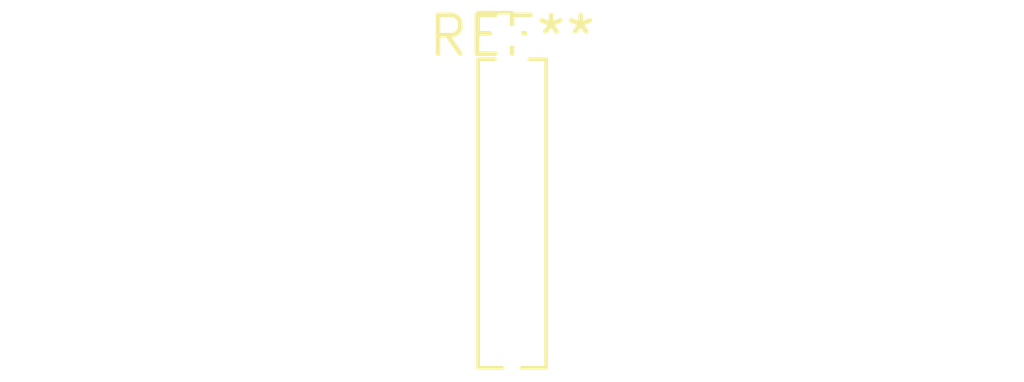
<source format=kicad_pcb>
(kicad_pcb (version 20240108) (generator pcbnew)
  (layers (0 "F.Cu" signal) (31 "B.Cu" signal) (34 "B.Paste" user) (35 "F.Paste" user) (36 "B.SilkS" user "B.Silkscreen") (37 "F.SilkS" user "F.Silkscreen") (38 "B.Mask" user) (39 "F.Mask" user) (44 "Edge.Cuts" user))
  (net 0 "")
  (footprint "PinHeader_1x09_P1.27mm_Vertical" (layer "F.Cu") (at 0 0)
    (property "Reference" "REF**")
    (property "Value" "PinHeader_1x09_P1.27mm_Vertical")
    (fp_line (start -1.11 -0.76) (end 0 -0.76) (layer "F.SilkS") (stroke (width 0.12)))
    (fp_line (start -1.11 0) (end -1.11 -0.76) (layer "F.SilkS") (stroke (width 0.12)))
    (fp_line (start -1.11 0.76) (end -1.11 10.855) (layer "F.SilkS") (stroke (width 0.12)))
    (fp_line (start -1.11 0.76) (end -0.563471 0.76) (layer "F.SilkS") (stroke (width 0.12)))
    (fp_line (start -1.11 10.855) (end -0.30753 10.855) (layer "F.SilkS") (stroke (width 0.12)))
    (fp_line (start 0.30753 10.855) (end 1.11 10.855) (layer "F.SilkS") (stroke (width 0.12)))
    (fp_line (start 0.563471 0.76) (end 1.11 0.76) (layer "F.SilkS") (stroke (width 0.12)))
    (fp_line (start 1.11 0.76) (end 1.11 10.855) (layer "F.SilkS") (stroke (width 0.12)))
    (pad "1" thru_hole rect (at 0 0) (size 1 1) (drill 0.65) (layers *.Cu *.Mask) (remove_unused_layers))
    (pad "2" thru_hole oval (at 0 1.27) (size 1 1) (drill 0.65) (layers *.Cu *.Mask) (remove_unused_layers))
    (pad "3" thru_hole oval (at 0 2.54) (size 1 1) (drill 0.65) (layers *.Cu *.Mask) (remove_unused_layers))
    (pad "4" thru_hole oval (at 0 3.81) (size 1 1) (drill 0.65) (layers *.Cu *.Mask) (remove_unused_layers))
    (pad "5" thru_hole oval (at 0 5.08) (size 1 1) (drill 0.65) (layers *.Cu *.Mask) (remove_unused_layers))
    (pad "6" thru_hole oval (at 0 6.35) (size 1 1) (drill 0.65) (layers *.Cu *.Mask) (remove_unused_layers))
    (pad "7" thru_hole oval (at 0 7.62) (size 1 1) (drill 0.65) (layers *.Cu *.Mask) (remove_unused_layers))
    (pad "8" thru_hole oval (at 0 8.89) (size 1 1) (drill 0.65) (layers *.Cu *.Mask) (remove_unused_layers))
    (pad "9" thru_hole oval (at 0 10.16) (size 1 1) (drill 0.65) (layers *.Cu *.Mask) (remove_unused_layers))
  )
)
</source>
